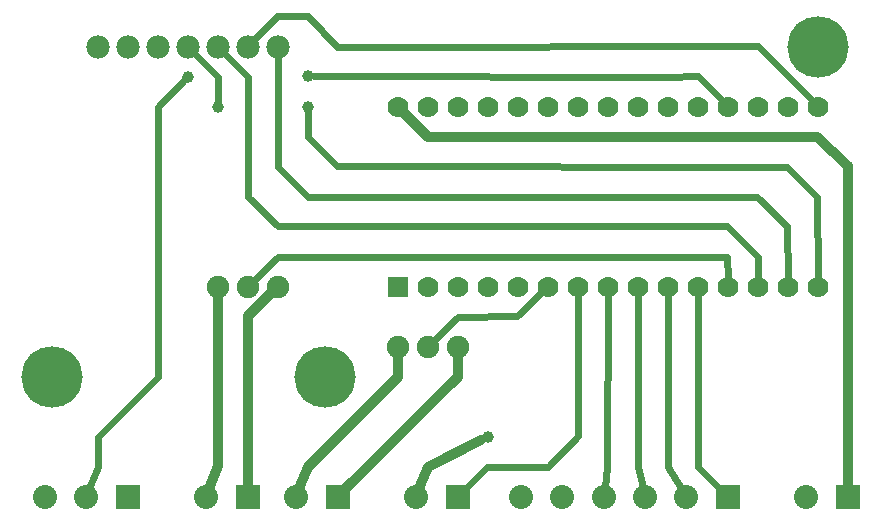
<source format=gtl>
G04 MADE WITH FRITZING*
G04 WWW.FRITZING.ORG*
G04 DOUBLE SIDED*
G04 HOLES PLATED*
G04 CONTOUR ON CENTER OF CONTOUR VECTOR*
%ASAXBY*%
%FSLAX23Y23*%
%MOIN*%
%OFA0B0*%
%SFA1.0B1.0*%
%ADD10C,0.039370*%
%ADD11C,0.204725*%
%ADD12C,0.080000*%
%ADD13C,0.070000*%
%ADD14C,0.075000*%
%ADD15C,0.078000*%
%ADD16R,0.080000X0.080000*%
%ADD17R,0.070000X0.069972*%
%ADD18C,0.032000*%
%ADD19C,0.024000*%
%LNCOPPER1*%
G90*
G70*
G54D10*
X1598Y330D03*
X598Y1530D03*
X999Y1532D03*
X698Y1430D03*
X998Y1430D03*
G54D11*
X2698Y1630D03*
X145Y530D03*
X1055Y530D03*
G54D12*
X2798Y130D03*
X2660Y130D03*
G54D13*
X1298Y830D03*
X1398Y830D03*
X1498Y830D03*
X1598Y830D03*
X1698Y830D03*
X1798Y830D03*
X1898Y830D03*
X1998Y830D03*
X2098Y830D03*
X2198Y830D03*
X2298Y830D03*
X2398Y830D03*
X2498Y830D03*
X2598Y830D03*
X2698Y830D03*
X1298Y1430D03*
X1398Y1430D03*
X1498Y1430D03*
X1598Y1430D03*
X1698Y1430D03*
X1798Y1430D03*
X1898Y1430D03*
X1998Y1430D03*
X2098Y1430D03*
X2198Y1430D03*
X2298Y1430D03*
X2398Y1430D03*
X2498Y1430D03*
X2598Y1430D03*
X2698Y1430D03*
G54D14*
X1498Y630D03*
X1398Y630D03*
X1298Y630D03*
X898Y830D03*
X798Y830D03*
X698Y830D03*
G54D12*
X2398Y130D03*
X2260Y130D03*
X2123Y130D03*
X1985Y130D03*
X1847Y130D03*
X1709Y130D03*
X1098Y130D03*
X960Y130D03*
X798Y130D03*
X660Y130D03*
X398Y130D03*
X260Y130D03*
X123Y130D03*
G54D15*
X298Y1630D03*
X398Y1630D03*
X498Y1630D03*
X598Y1630D03*
X698Y1630D03*
X798Y1630D03*
X898Y1630D03*
G54D12*
X1498Y130D03*
X1360Y130D03*
G54D16*
X2798Y130D03*
G54D17*
X1298Y830D03*
G54D16*
X2398Y130D03*
X1098Y130D03*
X798Y130D03*
X398Y130D03*
X1498Y130D03*
G54D18*
X1323Y1406D02*
X1398Y1329D01*
D02*
X1398Y1329D02*
X2697Y1329D01*
D02*
X2799Y1231D02*
X2798Y167D01*
D02*
X2697Y1329D02*
X2799Y1231D01*
G54D19*
D02*
X1799Y230D02*
X1898Y331D01*
D02*
X1597Y229D02*
X1799Y230D01*
D02*
X1898Y331D02*
X1898Y730D01*
D02*
X1898Y730D02*
X1898Y801D01*
D02*
X2244Y157D02*
X2199Y229D01*
D02*
X2376Y152D02*
X2298Y229D01*
D02*
X2115Y161D02*
X2098Y229D01*
D02*
X2298Y229D02*
X2298Y801D01*
D02*
X2199Y229D02*
X2198Y801D01*
D02*
X2098Y229D02*
X2098Y801D01*
D02*
X1997Y229D02*
X1989Y161D01*
D02*
X1998Y801D02*
X1997Y229D01*
G54D18*
D02*
X698Y231D02*
X673Y165D01*
D02*
X1299Y596D02*
X1299Y530D01*
D02*
X874Y806D02*
X798Y731D01*
D02*
X798Y731D02*
X798Y167D01*
D02*
X698Y796D02*
X698Y231D01*
D02*
X1299Y530D02*
X998Y229D01*
D02*
X998Y229D02*
X973Y165D01*
D02*
X1499Y530D02*
X1124Y156D01*
D02*
X1498Y596D02*
X1499Y530D01*
G54D19*
D02*
X1597Y229D02*
X1520Y152D01*
G54D18*
D02*
X1398Y229D02*
X1373Y165D01*
D02*
X1576Y319D02*
X1398Y229D01*
G54D19*
D02*
X499Y1430D02*
X585Y1517D01*
D02*
X271Y160D02*
X298Y230D01*
D02*
X1018Y1531D02*
X2197Y1530D01*
D02*
X2197Y1530D02*
X2298Y1532D01*
D02*
X2298Y1532D02*
X2378Y1451D01*
D02*
X298Y330D02*
X498Y530D01*
D02*
X298Y230D02*
X298Y330D01*
D02*
X498Y530D02*
X499Y1430D01*
D02*
X819Y1652D02*
X897Y1731D01*
D02*
X2498Y860D02*
X2498Y930D01*
D02*
X898Y1600D02*
X898Y1229D01*
D02*
X798Y1129D02*
X798Y1530D01*
D02*
X1097Y1630D02*
X2498Y1632D01*
D02*
X999Y1731D02*
X1097Y1630D01*
D02*
X2498Y930D02*
X2397Y1031D01*
D02*
X2597Y1032D02*
X2598Y860D01*
D02*
X798Y1530D02*
X719Y1609D01*
D02*
X898Y1229D02*
X998Y1129D01*
D02*
X898Y1032D02*
X798Y1129D01*
D02*
X2397Y1031D02*
X898Y1032D01*
D02*
X2497Y1129D02*
X2597Y1032D01*
D02*
X998Y1129D02*
X2497Y1129D01*
D02*
X2598Y1532D02*
X2678Y1451D01*
D02*
X2498Y1632D02*
X2598Y1532D01*
D02*
X897Y1731D02*
X999Y1731D01*
D02*
X1499Y730D02*
X1697Y731D01*
D02*
X1419Y651D02*
X1499Y730D01*
D02*
X1697Y731D02*
X1777Y810D01*
D02*
X698Y1530D02*
X619Y1609D01*
D02*
X1097Y1231D02*
X999Y1329D01*
D02*
X999Y1329D02*
X998Y1411D01*
D02*
X2697Y1129D02*
X2597Y1229D01*
D02*
X2597Y1229D02*
X1097Y1231D01*
D02*
X698Y1449D02*
X698Y1530D01*
D02*
X2698Y860D02*
X2697Y1129D01*
D02*
X899Y930D02*
X819Y851D01*
D02*
X2397Y930D02*
X899Y930D01*
D02*
X2398Y860D02*
X2397Y930D01*
G04 End of Copper1*
M02*
</source>
